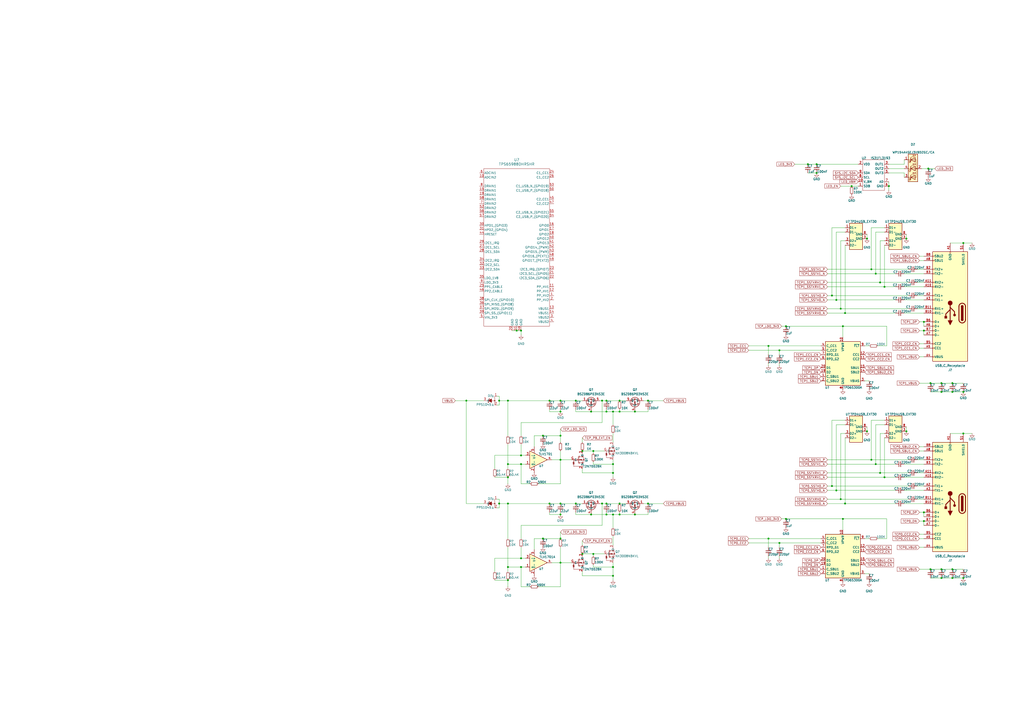
<source format=kicad_sch>
(kicad_sch (version 20231120) (generator "eeschema") (generator_version "8.0")
  (paper "A2")
  (junction (at 349.25 292.1))
  (junction (at 325.12 232.41))
  (junction (at 546.1 227.33))
  (junction (at 375.92 292.1))
  (junction (at 513.08 166.37))
  (junction (at 482.6 171.45))
  (junction (at 342.9 298.45))
  (junction (at 368.3 238.76))
  (junction (at 546.1 330.2))
  (junction (at 505.46 156.21))
  (junction (at 355.6 298.45))
  (junction (at 289.56 292.1))
  (junction (at 344.17 321.31))
  (junction (at 455.93 189.23))
  (junction (at 488.95 189.23))
  (junction (at 502.92 250.19))
  (junction (at 359.41 298.45))
  (junction (at 552.45 222.25))
  (junction (at 525.78 250.19))
  (junction (at 294.64 336.55))
  (junction (at 351.79 298.45))
  (junction (at 535.94 302.26))
  (junction (at 445.77 200.66))
  (junction (at 325.12 312.42))
  (junction (at 359.41 238.76))
  (junction (at 325.12 298.45))
  (junction (at 355.6 238.76))
  (junction (at 494.03 107.95))
  (junction (at 539.75 222.25))
  (junction (at 302.26 191.77))
  (junction (at 337.82 321.31))
  (junction (at 513.08 276.86))
  (junction (at 525.78 138.43))
  (junction (at 482.6 281.94))
  (junction (at 337.82 261.62))
  (junction (at 488.95 300.99))
  (junction (at 487.68 179.07))
  (junction (at 349.25 232.41))
  (junction (at 546.1 335.28))
  (junction (at 355.6 274.32))
  (junction (at 318.77 292.1))
  (junction (at 558.8 140.97))
  (junction (at 334.01 232.41))
  (junction (at 487.68 289.56))
  (junction (at 270.51 232.41))
  (junction (at 508 158.75))
  (junction (at 359.41 292.1))
  (junction (at 368.3 298.45))
  (junction (at 294.64 232.41))
  (junction (at 302.26 323.85))
  (junction (at 334.01 292.1))
  (junction (at 294.64 328.93))
  (junction (at 535.94 186.69))
  (junction (at 452.12 314.96))
  (junction (at 552.45 335.28))
  (junction (at 342.9 238.76))
  (junction (at 510.54 163.83))
  (junction (at 539.75 330.2))
  (junction (at 294.64 269.24))
  (junction (at 325.12 292.1))
  (junction (at 351.79 292.1))
  (junction (at 485.14 173.99))
  (junction (at 355.6 269.24))
  (junction (at 445.77 312.42))
  (junction (at 490.22 292.1))
  (junction (at 359.41 232.41))
  (junction (at 325.12 266.7))
  (junction (at 490.22 181.61))
  (junction (at 325.12 326.39))
  (junction (at 535.94 191.77))
  (junction (at 538.48 97.79))
  (junction (at 468.63 95.25))
  (junction (at 535.94 297.18))
  (junction (at 325.12 252.73))
  (junction (at 299.72 191.77))
  (junction (at 455.93 300.99))
  (junction (at 558.8 335.28))
  (junction (at 558.8 227.33))
  (junction (at 505.46 266.7))
  (junction (at 289.56 232.41))
  (junction (at 473.71 95.25))
  (junction (at 355.6 328.93))
  (junction (at 318.77 232.41))
  (junction (at 351.79 232.41))
  (junction (at 546.1 222.25))
  (junction (at 351.79 238.76))
  (junction (at 510.54 274.32))
  (junction (at 302.26 269.24))
  (junction (at 375.92 232.41))
  (junction (at 302.26 328.93))
  (junction (at 294.64 292.1))
  (junction (at 294.64 276.86))
  (junction (at 473.71 100.33))
  (junction (at 325.12 238.76))
  (junction (at 485.14 284.48))
  (junction (at 344.17 261.62))
  (junction (at 302.26 264.16))
  (junction (at 552.45 227.33))
  (junction (at 508 269.24))
  (junction (at 515.62 107.95))
  (junction (at 355.6 334.01))
  (junction (at 452.12 203.2))
  (junction (at 558.8 251.46))
  (junction (at 552.45 330.2))
  (junction (at 314.96 312.42))
  (junction (at 502.92 138.43))
  (junction (at 314.96 252.73))
  (wire (pts (xy 337.82 261.62) (xy 344.17 261.62)))
  (wire (pts (xy 294.64 257.81) (xy 294.64 269.24)))
  (wire (pts (xy 533.4 312.42) (xy 535.94 312.42)))
  (wire (pts (xy 533.4 199.39) (xy 535.94 199.39)))
  (wire (pts (xy 468.63 100.33) (xy 473.71 100.33)))
  (wire (pts (xy 532.13 179.07) (xy 535.94 179.07)))
  (wire (pts (xy 542.29 97.79) (xy 538.48 97.79)))
  (wire (pts (xy 510.54 274.32) (xy 510.54 251.46)))
  (wire (pts (xy 480.06 276.86) (xy 513.08 276.86)))
  (wire (pts (xy 453.39 300.99) (xy 455.93 300.99)))
  (wire (pts (xy 505.46 243.84) (xy 505.46 266.7)))
  (wire (pts (xy 349.25 232.41) (xy 351.79 232.41)))
  (wire (pts (xy 524.51 158.75) (xy 535.94 158.75)))
  (wire (pts (xy 532.13 156.21) (xy 535.94 156.21)))
  (wire (pts (xy 312.42 340.36) (xy 325.12 340.36)))
  (wire (pts (xy 351.79 238.76) (xy 355.6 238.76)))
  (wire (pts (xy 533.4 186.69) (xy 535.94 186.69)))
  (wire (pts (xy 510.54 163.83) (xy 510.54 139.7)))
  (wire (pts (xy 488.95 195.58) (xy 488.95 189.23)))
  (wire (pts (xy 546.1 330.2) (xy 552.45 330.2)))
  (wire (pts (xy 508 134.62) (xy 508 158.75)))
  (wire (pts (xy 309.88 318.77) (xy 309.88 312.42)))
  (wire (pts (xy 508 269.24) (xy 519.43 269.24)))
  (wire (pts (xy 515.62 97.79) (xy 524.51 97.79)))
  (wire (pts (xy 524.51 102.87) (xy 524.51 100.33)))
  (wire (pts (xy 318.77 298.45) (xy 318.77 297.18)))
  (wire (pts (xy 287.02 336.55) (xy 294.64 336.55)))
  (wire (pts (xy 325.12 317.5) (xy 325.12 326.39)))
  (wire (pts (xy 485.14 284.48) (xy 519.43 284.48)))
  (wire (pts (xy 434.34 312.42) (xy 445.77 312.42)))
  (wire (pts (xy 355.6 266.7) (xy 355.6 269.24)))
  (wire (pts (xy 487.68 251.46) (xy 487.68 289.56)))
  (wire (pts (xy 480.06 163.83) (xy 510.54 163.83)))
  (wire (pts (xy 294.64 317.5) (xy 294.64 328.93)))
  (wire (pts (xy 524.51 181.61) (xy 535.94 181.61)))
  (wire (pts (xy 533.4 261.62) (xy 535.94 261.62)))
  (wire (pts (xy 490.22 251.46) (xy 487.68 251.46)))
  (wire (pts (xy 287.02 323.85) (xy 287.02 331.47)))
  (wire (pts (xy 482.6 281.94) (xy 482.6 243.84)))
  (wire (pts (xy 355.6 238.76) (xy 355.6 246.38)))
  (wire (pts (xy 351.79 238.76) (xy 351.79 237.49)))
  (wire (pts (xy 525.78 247.65) (xy 525.78 250.19)))
  (wire (pts (xy 513.08 243.84) (xy 505.46 243.84)))
  (wire (pts (xy 480.06 292.1) (xy 490.22 292.1)))
  (wire (pts (xy 297.18 191.77) (xy 299.72 191.77)))
  (wire (pts (xy 302.26 264.16) (xy 287.02 264.16)))
  (wire (pts (xy 487.68 139.7) (xy 487.68 179.07)))
  (wire (pts (xy 480.06 289.56) (xy 487.68 289.56)))
  (wire (pts (xy 546.1 222.25) (xy 552.45 222.25)))
  (wire (pts (xy 302.26 317.5) (xy 302.26 323.85)))
  (wire (pts (xy 532.13 266.7) (xy 535.94 266.7)))
  (wire (pts (xy 307.34 280.67) (xy 302.26 280.67)))
  (wire (pts (xy 480.06 281.94) (xy 482.6 281.94)))
  (wire (pts (xy 289.56 292.1) (xy 294.64 292.1)))
  (wire (pts (xy 325.12 232.41) (xy 334.01 232.41)))
  (wire (pts (xy 434.34 203.2) (xy 452.12 203.2)))
  (wire (pts (xy 334.01 237.49) (xy 334.01 238.76)))
  (wire (pts (xy 546.1 335.28) (xy 552.45 335.28)))
  (wire (pts (xy 344.17 328.93) (xy 344.17 327.66)))
  (wire (pts (xy 287.02 276.86) (xy 294.64 276.86)))
  (wire (pts (xy 558.8 140.97) (xy 563.88 140.97)))
  (wire (pts (xy 533.4 201.93) (xy 535.94 201.93)))
  (wire (pts (xy 325.12 326.39) (xy 331.47 326.39)))
  (wire (pts (xy 452.12 314.96) (xy 476.25 314.96)))
  (wire (pts (xy 533.4 330.2) (xy 539.75 330.2)))
  (wire (pts (xy 294.64 271.78) (xy 294.64 269.24)))
  (wire (pts (xy 309.88 259.08) (xy 309.88 252.73)))
  (wire (pts (xy 288.29 234.95) (xy 289.56 234.95)))
  (wire (pts (xy 490.22 139.7) (xy 487.68 139.7)))
  (wire (pts (xy 325.12 261.62) (xy 325.12 266.7)))
  (wire (pts (xy 434.34 314.96) (xy 452.12 314.96)))
  (wire (pts (xy 552.45 227.33) (xy 558.8 227.33)))
  (wire (pts (xy 452.12 203.2) (xy 476.25 203.2)))
  (wire (pts (xy 289.56 289.56) (xy 288.29 289.56)))
  (wire (pts (xy 524.51 269.24) (xy 535.94 269.24)))
  (wire (pts (xy 325.12 266.7) (xy 331.47 266.7)))
  (wire (pts (xy 480.06 166.37) (xy 513.08 166.37)))
  (wire (pts (xy 504.19 312.42) (xy 501.65 312.42)))
  (wire (pts (xy 294.64 336.55) (xy 294.64 340.36)))
  (wire (pts (xy 287.02 264.16) (xy 287.02 271.78)))
  (wire (pts (xy 455.93 189.23) (xy 488.95 189.23)))
  (wire (pts (xy 490.22 142.24) (xy 490.22 181.61)))
  (wire (pts (xy 289.56 229.87) (xy 288.29 229.87)))
  (wire (pts (xy 515.62 107.95) (xy 515.62 110.49)))
  (wire (pts (xy 302.26 245.11) (xy 349.25 245.11)))
  (wire (pts (xy 505.46 266.7) (xy 527.05 266.7)))
  (wire (pts (xy 325.12 248.92) (xy 325.12 252.73)))
  (wire (pts (xy 504.19 200.66) (xy 501.65 200.66)))
  (wire (pts (xy 368.3 298.45) (xy 375.92 298.45)))
  (wire (pts (xy 461.01 95.25) (xy 468.63 95.25)))
  (wire (pts (xy 373.38 232.41) (xy 375.92 232.41)))
  (wire (pts (xy 344.17 321.31) (xy 350.52 321.31)))
  (wire (pts (xy 485.14 246.38) (xy 485.14 284.48)))
  (wire (pts (xy 535.94 302.26) (xy 535.94 304.8)))
  (wire (pts (xy 318.77 292.1) (xy 294.64 292.1)))
  (wire (pts (xy 312.42 280.67) (xy 325.12 280.67)))
  (wire (pts (xy 509.27 200.66) (xy 514.35 200.66)))
  (wire (pts (xy 515.62 105.41) (xy 515.62 107.95)))
  (wire (pts (xy 539.75 335.28) (xy 546.1 335.28)))
  (wire (pts (xy 513.08 134.62) (xy 508 134.62)))
  (wire (pts (xy 359.41 292.1) (xy 363.22 292.1)))
  (wire (pts (xy 337.82 321.31) (xy 344.17 321.31)))
  (wire (pts (xy 508 246.38) (xy 508 269.24)))
  (wire (pts (xy 485.14 134.62) (xy 485.14 173.99)))
  (wire (pts (xy 505.46 132.08) (xy 505.46 156.21)))
  (wire (pts (xy 488.95 307.34) (xy 488.95 300.99)))
  (wire (pts (xy 513.08 254) (xy 513.08 276.86)))
  (wire (pts (xy 480.06 173.99) (xy 485.14 173.99)))
  (wire (pts (xy 514.35 300.99) (xy 488.95 300.99)))
  (wire (pts (xy 434.34 200.66) (xy 445.77 200.66)))
  (wire (pts (xy 524.51 284.48) (xy 535.94 284.48)))
  (wire (pts (xy 289.56 292.1) (xy 289.56 294.64)))
  (wire (pts (xy 490.22 132.08) (xy 482.6 132.08)))
  (wire (pts (xy 307.34 340.36) (xy 302.26 340.36)))
  (wire (pts (xy 532.13 281.94) (xy 535.94 281.94)))
  (wire (pts (xy 546.1 227.33) (xy 552.45 227.33)))
  (wire (pts (xy 502.92 135.89) (xy 502.92 138.43)))
  (wire (pts (xy 505.46 156.21) (xy 527.05 156.21)))
  (wire (pts (xy 532.13 171.45) (xy 535.94 171.45)))
  (wire (pts (xy 347.98 232.41) (xy 349.25 232.41)))
  (wire (pts (xy 334.01 232.41) (xy 337.82 232.41)))
  (wire (pts (xy 445.77 210.82) (xy 445.77 212.09)))
  (wire (pts (xy 480.06 156.21) (xy 505.46 156.21)))
  (wire (pts (xy 344.17 328.93) (xy 355.6 328.93)))
  (wire (pts (xy 552.45 330.2) (xy 558.8 330.2)))
  (wire (pts (xy 485.14 173.99) (xy 519.43 173.99)))
  (wire (pts (xy 480.06 284.48) (xy 485.14 284.48)))
  (wire (pts (xy 337.82 313.69) (xy 337.82 316.23)))
  (wire (pts (xy 384.81 292.1) (xy 375.92 292.1)))
  (wire (pts (xy 351.79 298.45) (xy 351.79 297.18)))
  (wire (pts (xy 538.48 97.79) (xy 534.67 97.79)))
  (wire (pts (xy 524.51 166.37) (xy 535.94 166.37)))
  (wire (pts (xy 504.19 220.98) (xy 501.65 220.98)))
  (wire (pts (xy 490.22 243.84) (xy 482.6 243.84)))
  (wire (pts (xy 264.16 232.41) (xy 270.51 232.41)))
  (wire (pts (xy 355.6 298.45) (xy 355.6 306.07)))
  (wire (pts (xy 344.17 269.24) (xy 355.6 269.24)))
  (wire (pts (xy 490.22 246.38) (xy 485.14 246.38)))
  (wire (pts (xy 480.06 269.24) (xy 508 269.24)))
  (wire (pts (xy 325.12 292.1) (xy 334.01 292.1)))
  (wire (pts (xy 318.77 238.76) (xy 325.12 238.76)))
  (wire (pts (xy 482.6 171.45) (xy 527.05 171.45)))
  (wire (pts (xy 524.51 276.86) (xy 535.94 276.86)))
  (wire (pts (xy 514.35 300.99) (xy 514.35 312.42)))
  (wire (pts (xy 445.77 312.42) (xy 445.77 317.5)))
  (wire (pts (xy 325.12 308.61) (xy 325.12 312.42)))
  (wire (pts (xy 452.12 314.96) (xy 452.12 317.5)))
  (wire (pts (xy 533.4 309.88) (xy 535.94 309.88)))
  (wire (pts (xy 334.01 298.45) (xy 342.9 298.45)))
  (wire (pts (xy 445.77 200.66) (xy 445.77 205.74)))
  (wire (pts (xy 351.79 232.41) (xy 359.41 232.41)))
  (wire (pts (xy 539.75 330.2) (xy 546.1 330.2)))
  (wire (pts (xy 355.6 326.39) (xy 355.6 328.93)))
  (wire (pts (xy 294.64 269.24) (xy 302.26 269.24)))
  (wire (pts (xy 514.35 189.23) (xy 488.95 189.23)))
  (wire (pts (xy 490.22 181.61) (xy 519.43 181.61)))
  (wire (pts (xy 294.64 331.47) (xy 294.64 328.93)))
  (wire (pts (xy 490.22 292.1) (xy 519.43 292.1)))
  (wire (pts (xy 502.92 247.65) (xy 502.92 250.19)))
  (wire (pts (xy 334.01 297.18) (xy 334.01 298.45)))
  (wire (pts (xy 480.06 274.32) (xy 510.54 274.32)))
  (wire (pts (xy 344.17 261.62) (xy 350.52 261.62)))
  (wire (pts (xy 355.6 311.15) (xy 355.6 316.23)))
  (wire (pts (xy 487.68 107.95) (xy 494.03 107.95)))
  (wire (pts (xy 318.77 292.1) (xy 325.12 292.1)))
  (wire (pts (xy 325.12 256.54) (xy 325.12 252.73)))
  (wire (pts (xy 552.45 335.28) (xy 558.8 335.28)))
  (wire (pts (xy 355.6 274.32) (xy 355.6 276.86)))
  (wire (pts (xy 355.6 334.01) (xy 355.6 336.55)))
  (wire (pts (xy 294.64 276.86) (xy 294.64 280.67)))
  (wire (pts (xy 480.06 179.07) (xy 487.68 179.07)))
  (wire (pts (xy 533.4 191.77) (xy 535.94 191.77)))
  (wire (pts (xy 494.03 107.95) (xy 497.84 107.95)))
  (wire (pts (xy 342.9 298.45) (xy 351.79 298.45)))
  (wire (pts (xy 490.22 254) (xy 490.22 292.1)))
  (wire (pts (xy 355.6 328.93) (xy 355.6 334.01)))
  (wire (pts (xy 513.08 276.86) (xy 519.43 276.86)))
  (wire (pts (xy 337.82 334.01) (xy 355.6 334.01)))
  (wire (pts (xy 302.26 264.16) (xy 304.8 264.16)))
  (wire (pts (xy 302.26 269.24) (xy 304.8 269.24)))
  (wire (pts (xy 533.4 148.59) (xy 535.94 148.59)))
  (wire (pts (xy 480.06 171.45) (xy 482.6 171.45)))
  (wire (pts (xy 551.18 251.46) (xy 558.8 251.46)))
  (wire (pts (xy 349.25 292.1) (xy 351.79 292.1)))
  (wire (pts (xy 294.64 328.93) (xy 302.26 328.93)))
  (wire (pts (xy 490.22 134.62) (xy 485.14 134.62)))
  (wire (pts (xy 289.56 234.95) (xy 289.56 232.41)))
  (wire (pts (xy 334.01 292.1) (xy 337.82 292.1)))
  (wire (pts (xy 309.88 252.73) (xy 314.96 252.73)))
  (wire (pts (xy 325.12 266.7) (xy 320.04 266.7)))
  (wire (pts (xy 552.45 222.25) (xy 558.8 222.25)))
  (wire (pts (xy 551.18 140.97) (xy 558.8 140.97)))
  (wire (pts (xy 452.12 323.85) (xy 452.12 322.58)))
  (wire (pts (xy 508 158.75) (xy 519.43 158.75)))
  (wire (pts (xy 510.54 251.46) (xy 513.08 251.46)))
  (wire (pts (xy 314.96 312.42) (xy 325.12 312.42)))
  (wire (pts (xy 325.12 238.76) (xy 325.12 237.49)))
  (wire (pts (xy 318.77 232.41) (xy 325.12 232.41)))
  (wire (pts (xy 302.26 323.85) (xy 304.8 323.85)))
  (wire (pts (xy 294.64 292.1) (xy 294.64 312.42)))
  (wire (pts (xy 533.4 317.5) (xy 535.94 317.5)))
  (wire (pts (xy 355.6 238.76) (xy 359.41 238.76)))
  (wire (pts (xy 294.64 232.41) (xy 294.64 252.73)))
  (wire (pts (xy 289.56 232.41) (xy 289.56 229.87)))
  (wire (pts (xy 359.41 298.45) (xy 359.41 297.18)))
  (wire (pts (xy 270.51 232.41) (xy 280.67 232.41)))
  (wire (pts (xy 302.26 257.81) (xy 302.26 264.16)))
  (wire (pts (xy 337.82 274.32) (xy 337.82 271.78)))
  (wire (pts (xy 318.77 232.41) (xy 294.64 232.41)))
  (wire (pts (xy 480.06 266.7) (xy 505.46 266.7)))
  (wire (pts (xy 445.77 322.58) (xy 445.77 323.85)))
  (wire (pts (xy 533.4 297.18) (xy 535.94 297.18)))
  (wire (pts (xy 359.41 298.45) (xy 368.3 298.45)))
  (wire (pts (xy 375.92 232.41) (xy 384.81 232.41)))
  (wire (pts (xy 535.94 186.69) (xy 535.94 189.23)))
  (wire (pts (xy 533.4 222.25) (xy 539.75 222.25)))
  (wire (pts (xy 513.08 246.38) (xy 508 246.38)))
  (wire (pts (xy 504.19 332.74) (xy 501.65 332.74)))
  (wire (pts (xy 342.9 238.76) (xy 351.79 238.76)))
  (wire (pts (xy 487.68 179.07) (xy 527.05 179.07)))
  (wire (pts (xy 318.77 298.45) (xy 325.12 298.45)))
  (wire (pts (xy 359.41 238.76) (xy 359.41 237.49)))
  (wire (pts (xy 344.17 262.89) (xy 344.17 261.62)))
  (wire (pts (xy 325.12 280.67) (xy 325.12 266.7)))
  (wire (pts (xy 513.08 142.24) (xy 513.08 166.37)))
  (wire (pts (xy 513.08 166.37) (xy 519.43 166.37)))
  (wire (pts (xy 525.78 135.89) (xy 525.78 138.43)))
  (wire (pts (xy 524.51 173.99) (xy 535.94 173.99)))
  (wire (pts (xy 302.26 194.31) (xy 302.26 191.77)))
  (wire (pts (xy 480.06 158.75) (xy 508 158.75)))
  (wire (pts (xy 558.8 251.46) (xy 563.88 251.46)))
  (wire (pts (xy 289.56 294.64) (xy 288.29 294.64)))
  (wire (pts (xy 532.13 274.32) (xy 535.94 274.32)))
  (wire (pts (xy 289.56 289.56) (xy 289.56 292.1)))
  (wire (pts (xy 535.94 191.77) (xy 535.94 194.31)))
  (wire (pts (xy 535.94 297.18) (xy 535.94 299.72)))
  (wire (pts (xy 452.12 203.2) (xy 452.12 205.74)))
  (wire (pts (xy 359.41 232.41) (xy 363.22 232.41)))
  (wire (pts (xy 482.6 281.94) (xy 527.05 281.94)))
  (wire (pts (xy 533.4 207.01) (xy 535.94 207.01)))
  (wire (pts (xy 318.77 238.76) (xy 318.77 237.49)))
  (wire (pts (xy 347.98 292.1) (xy 349.25 292.1)))
  (wire (pts (xy 445.77 312.42) (xy 476.25 312.42)))
  (wire (pts (xy 309.88 312.42) (xy 314.96 312.42)))
  (wire (pts (xy 452.12 212.09) (xy 452.12 210.82)))
  (wire (pts (xy 334.01 238.76) (xy 342.9 238.76)))
  (wire (pts (xy 280.67 292.1) (xy 270.51 292.1)))
  (wire (pts (xy 314.96 252.73) (xy 325.12 252.73)))
  (wire (pts (xy 375.92 297.18) (xy 375.92 298.45)))
  (wire (pts (xy 514.35 189.23) (xy 514.35 200.66)))
  (wire (pts (xy 302.26 280.67) (xy 302.26 269.24)))
  (wire (pts (xy 344.17 322.58) (xy 344.17 321.31)))
  (wire (pts (xy 513.08 132.08) (xy 505.46 132.08)))
  (wire (pts (xy 455.93 300.99) (xy 488.95 300.99)))
  (wire (pts (xy 355.6 251.46) (xy 355.6 256.54)))
  (wire (pts (xy 337.82 254) (xy 337.82 256.54)))
  (wire (pts (xy 510.54 274.32) (xy 527.05 274.32)))
  (wire (pts (xy 532.13 289.56) (xy 535.94 289.56)))
  (wire (pts (xy 533.4 302.26) (xy 535.94 302.26)))
  (wire (pts (xy 302.26 340.36) (xy 302.26 328.93)))
  (wire (pts (xy 487.68 289.56) (xy 527.05 289.56)))
  (wire (pts (xy 373.38 292.1) (xy 375.92 292.1)))
  (wire (pts (xy 480.06 181.61) (xy 490.22 181.61)))
  (wire (pts (xy 355.6 298.45) (xy 359.41 298.45)))
  (wire (pts (xy 524.51 100.33) (xy 515.62 100.33)))
  (wire (pts (xy 539.75 227.33) (xy 546.1 227.33)))
  (wire (pts (xy 524.51 292.1) (xy 535.94 292.1)))
  (wire (pts (xy 359.41 238.76) (xy 368.3 238.76)))
  (wire (pts (xy 302.26 328.93) (xy 304.8 328.93)))
  (wire (pts (xy 349.25 292.1) (xy 349.25 304.8)))
  (wire (pts (xy 302.26 252.73) (xy 302.26 245.11)))
  (wire (pts (xy 368.3 238.76) (xy 375.92 238.76)))
  (wire (pts (xy 524.51 92.71) (xy 524.51 95.25)))
  (wire (pts (xy 533.4 151.13) (xy 535.94 151.13)))
  (wire (pts (xy 299.72 191.77) (xy 302.26 191.77)))
  (wire (pts (xy 270.51 292.1) (xy 270.51 232.41)))
  (wire (pts (xy 344.17 269.24) (xy 344.17 267.97)))
  (wire (pts (xy 302.26 304.8) (xy 349.25 304.8)))
  (wire (pts (xy 337.82 334.01) (xy 337.82 331.47)))
  (wire (pts (xy 510.54 139.7) (xy 513.08 139.7)))
  (wire (pts (xy 325.12 298.45) (xy 325.12 297.18)))
  (wire (pts (xy 351.79 292.1) (xy 359.41 292.1)))
  (wire (pts (xy 289.56 232.41) (xy 294.64 232.41)))
  (wire (pts (xy 337.82 274.32) (xy 355.6 274.32)))
  (wire (pts (xy 325.12 326.39) (xy 320.04 326.39)))
  (wire (pts (xy 468.63 95.25) (xy 473.71 95.25)))
  (wire (pts (xy 539.75 222.25) (xy 546.1 222.25)))
  (wire (pts (xy 482.6 171.45) (xy 482.6 132.08)))
  (wire (pts (xy 445.77 200.66) (xy 476.25 200.66)))
  (wire (pts (xy 453.39 189.23) (xy 455.93 189.23)))
  (wire (pts (xy 532.13 163.83) (xy 535.94 163.83)))
  (wire (pts (xy 325.12 340.36) (xy 325.12 326.39)))
  (wire (pts (xy 375.92 237.49) (xy 375.92 238.76)))
  (wire (pts (xy 349.25 232.41) (xy 349.25 245.11)))
  (wire (pts (xy 524.51 95.25) (xy 515.62 95.25)))
  (wire (pts (xy 355.6 269.24) (xy 355.6 274.32)))
  (wire (pts (xy 473.71 95.25) (xy 497.84 95.25)))
  (wire (pts (xy 510.54 163.83) (xy 527.05 163.83)))
  (wire (pts (xy 302.26 312.42) (xy 302.26 304.8)))
  (wire (pts (xy 351.79 298.45) (xy 355.6 298.45)))
  (wire (pts (xy 509.27 312.42) (xy 514.35 312.42)))
  (wire (pts (xy 302.26 323.85) (xy 287.02 323.85)))
  (wire (pts (xy 533.4 259.08) (xy 535.94 259.08)))
  (global_label "TCP1_SBU1_CN" (shape input) (at 501.65 213.36 0) (property "Intersheetrefs" "${INTERSHEET_REFS}" (effects (hide yes))))
  (global_label "TCP1_VBUS" (shape input) (at 533.4 207.01 180) (property "Intersheetrefs" "${INTERSHEET_REFS}" (effects (hide yes))))
  (global_label "TCP0_CC1_CN" (shape input) (at 501.65 317.5 0) (property "Intersheetrefs" "${INTERSHEET_REFS}" (effects (hide yes))))
  (global_label "TCP1_CC2_CN" (shape input) (at 501.65 208.28 0) (property "Intersheetrefs" "${INTERSHEET_REFS}" (effects (hide yes))))
  (global_label "TCP0_SSTX0_N" (shape input) (at 480.06 284.48 180) (property "Intersheetrefs" "${INTERSHEET_REFS}" (effects (hide yes))))
  (global_label "TCP0_SSTXRX1_N" (shape input) (at 480.06 276.86 180) (property "Intersheetrefs" "${INTERSHEET_REFS}" (effects (hide yes))))
  (global_label "TCP1_SSTX0_P" (shape input) (at 480.06 171.45 180) (property "Intersheetrefs" "${INTERSHEET_REFS}" (effects (hide yes))))
  (global_label "SYS_I2C_SDA" (shape input) (at 497.84 100.33 180) (property "Intersheetrefs" "${INTERSHEET_REFS}" (effects (hide yes))))
  (global_label "TCP0_CC2_CN" (shape input) (at 501.65 320.04 0) (property "Intersheetrefs" "${INTERSHEET_REFS}" (effects (hide yes))))
  (global_label "TCP1_SSTXRX1_P" (shape input) (at 480.06 163.83 180) (property "Intersheetrefs" "${INTERSHEET_REFS}" (effects (hide yes))))
  (global_label "TCP0_VBUS" (shape input) (at 533.4 330.2 180) (property "Intersheetrefs" "${INTERSHEET_REFS}" (effects (hide yes))))
  (global_label "TCP0_CC1_CN" (shape input) (at 533.4 312.42 180) (property "Intersheetrefs" "${INTERSHEET_REFS}" (effects (hide yes))))
  (global_label "TCP0_SSTX0_P" (shape input) (at 480.06 281.94 180) (property "Intersheetrefs" "${INTERSHEET_REFS}" (effects (hide yes))))
  (global_label "TCP_LDO_3V3" (shape input) (at 453.39 189.23 180) (property "Intersheetrefs" "${INTERSHEET_REFS}" (effects (hide yes))))
  (global_label "TCP0_DP" (shape input) (at 476.25 325.12 180) (property "Intersheetrefs" "${INTERSHEET_REFS}" (effects (hide yes))))
  (global_label "TCP1_DP" (shape input) (at 533.4 186.69 180) (property "Intersheetrefs" "${INTERSHEET_REFS}" (effects (hide yes))))
  (global_label "TCP1_CC1_CN" (shape input) (at 533.4 201.93 180) (property "Intersheetrefs" "${INTERSHEET_REFS}" (effects (hide yes))))
  (global_label "TCP0_VBUS" (shape input) (at 384.81 292.1 0) (property "Intersheetrefs" "${INTERSHEET_REFS}" (effects (hide yes))))
  (global_label "TCP1_SSTXRX1_N" (shape input) (at 480.06 166.37 180) (property "Intersheetrefs" "${INTERSHEET_REFS}" (effects (hide yes))))
  (global_label "LED_VBM" (shape input) (at 497.84 105.41 180) (property "Intersheetrefs" "${INTERSHEET_REFS}" (effects (hide yes))))
  (global_label "TCP1_CC1" (shape input) (at 434.34 200.66 180) (property "Intersheetrefs" "${INTERSHEET_REFS}" (effects (hide yes))))
  (global_label "TCP_LDO_3V3" (shape input) (at 325.12 308.61 0) (property "Intersheetrefs" "${INTERSHEET_REFS}" (effects (hide yes))))
  (global_label "TCP1_SBU1" (shape input) (at 476.25 218.44 180) (property "Intersheetrefs" "${INTERSHEET_REFS}" (effects (hide yes))))
  (global_label "TCP0_SBU1" (shape input) (at 476.25 330.2 180) (property "Intersheetrefs" "${INTERSHEET_REFS}" (effects (hide yes))))
  (global_label "TCP0_SBU1_CN" (shape input) (at 501.65 325.12 0) (property "Intersheetrefs" "${INTERSHEET_REFS}" (effects (hide yes))))
  (global_label "TCP1_DN" (shape input) (at 476.25 215.9 180) (property "Intersheetrefs" "${INTERSHEET_REFS}" (effects (hide yes))))
  (global_label "TCP_LDO_3V3" (shape input) (at 453.39 300.99 180) (property "Intersheetrefs" "${INTERSHEET_REFS}" (effects (hide yes))))
  (global_label "TCP1_VBUS" (shape input) (at 384.81 232.41 0) (property "Intersheetrefs" "${INTERSHEET_REFS}" (effects (hide yes))))
  (global_label "TCP1_SSTXRX0_P" (shape input) (at 480.06 179.07 180) (property "Intersheetrefs" "${INTERSHEET_REFS}" (effects (hide yes))))
  (global_label "TCP1_CC2_CN" (shape input) (at 476.25 208.28 180) (property "Intersheetrefs" "${INTERSHEET_REFS}" (effects (hide yes))))
  (global_label "TCP1_SBU1_CN" (shape input) (at 533.4 148.59 180) (property "Intersheetrefs" "${INTERSHEET_REFS}" (effects (hide yes))))
  (global_label "TCP1_CC2_CN" (shape input) (at 533.4 199.39 180) (property "Intersheetrefs" "${INTERSHEET_REFS}" (effects (hide yes))))
  (global_label "TCP1_SBU2_CN" (shape input) (at 533.4 151.13 180) (property "Intersheetrefs" "${INTERSHEET_REFS}" (effects (hide yes))))
  (global_label "TCP1_SSTX1_P" (shape input) (at 480.06 156.21 180) (property "Intersheetrefs" "${INTERSHEET_REFS}" (effects (hide yes))))
  (global_label "TCP1_SBU2_CN" (shape input) (at 501.65 215.9 0) (property "Intersheetrefs" "${INTERSHEET_REFS}" (effects (hide yes))))
  (global_label "TCP1_CC1_CN" (shape input) (at 476.25 205.74 180) (property "Intersheetrefs" "${INTERSHEET_REFS}" (effects (hide yes))))
  (global_label "TCP0_SBU1_CN" (shape input) (at 533.4 261.62 180) (property "Intersheetrefs" "${INTERSHEET_REFS}" (effects (hide yes))))
  (global_label "TCP0_SSTXRX1_P" (shape input) (at 480.06 274.32 180) (property "Intersheetrefs" "${INTERSHEET_REFS}" (effects (hide yes))))
  (global_label "TCP0_SSTXRX0_N" (shape input) (at 480.06 292.1 180) (property "Intersheetrefs" "${INTERSHEET_REFS}" (effects (hide yes))))
  (global_label "TCP0_SSTXRX0_P" (shape input) (at 480.06 289.56 180) (property "Intersheetrefs" "${INTERSHEET_REFS}" (effects (hide yes))))
  (global_label "TCP0_SSTX1_N" (shape input) (at 480.06 269.24 180) (property "Intersheetrefs" "${INTERSHEET_REFS}" (effects (hide yes))))
  (global_label "TCP0_DP" (shape input) (at 533.4 297.18 180) (property "Intersheetrefs" "${INTERSHEET_REFS}" (effects (hide yes))))
  (global_label "TCP0_DN" (shape input) (at 476.25 327.66 180) (property "Intersheetrefs" "${INTERSHEET_REFS}" (effects (hide yes))))
  (global_label "TCP1_DP" (shape input) (at 476.25 213.36 180) (property "Intersheetrefs" "${INTERSHEET_REFS}" (effects (hide yes))))
  (global_label "TCP_PB_EXT_EN" (shape input) (at 337.82 254 0) (property "Intersheetrefs" "${INTERSHEET_REFS}" (effects (hide yes))))
  (global_label "TCP0_SBU2_CN" (shape input) (at 533.4 259.08 180) (property "Intersheetrefs" "${INTERSHEET_REFS}" (effects (hide yes))))
  (global_label "TCP1_SSTXRX0_N" (shape input) (at 480.06 181.61 180) (property "Intersheetrefs" "${INTERSHEET_REFS}" (effects (hide yes))))
  (global_label "LED_3V3" (shape input) (at 461.01 95.25 180) (property "Intersheetrefs" "${INTERSHEET_REFS}" (effects (hide yes))))
  (global_label "TCP1_DN" (shape input) (at 533.4 191.77 180) (property "Intersheetrefs" "${INTERSHEET_REFS}" (effects (hide yes))))
  (global_label "LED_EN" (shape input) (at 487.68 107.95 180) (property "Intersheetrefs" "${INTERSHEET_REFS}" (effects (hide yes))))
  (global_label "TCP0_CC2" (shape input) (at 434.34 314.96 180) (property "Intersheetrefs" "${INTERSHEET_REFS}" (effects (hide yes))))
  (global_label "TCP0_SBU2" (shape input) (at 476.25 332.74 180) (property "Intersheetrefs" "${INTERSHEET_REFS}" (effects (hide yes))))
  (global_label "TCP1_SSTX0_N" (shape input) (at 480.06 173.99 180) (property "Intersheetrefs" "${INTERSHEET_REFS}" (effects (hide yes))))
  (global_label "TCP_LDO_3V3" (shape input) (at 325.12 248.92 0) (property "Intersheetrefs" "${INTERSHEET_REFS}" (effects (hide yes))))
  (global_label "TCP0_CC2_CN" (shape input) (at 533.4 309.88 180) (property "Intersheetrefs" "${INTERSHEET_REFS}" (effects (hide yes))))
  (global_label "TCP0_VBUS" (shape input) (at 533.4 317.5 180) (property "Intersheetrefs" "${INTERSHEET_REFS}" (effects (hide yes))))
  (global_label "LED_3V3" (shape input) (at 542.29 97.79 0) (property "Intersheetrefs" "${INTERSHEET_REFS}" (effects (hide yes))))
  (global_label "TCP1_VBUS" (shape input) (at 533.4 222.25 180) (property "Intersheetrefs" "${INTERSHEET_REFS}" (effects (hide yes))))
  (global_label "TCP0_CC2_CN" (shape input) (at 476.25 320.04 180) (property "Intersheetrefs" "${INTERSHEET_REFS}" (effects (hide yes))))
  (global_label "TCP0_SSTX1_P" (shape input) (at 480.06 266.7 180) (property "Intersheetrefs" "${INTERSHEET_REFS}" (effects (hide yes))))
  (global_label "TCP0_CC1_CN" (shape input) (at 476.25 317.5 180) (property "Intersheetrefs" "${INTERSHEET_REFS}" (effects (hide yes))))
  (global_label "TCP1_CC1_CN" (shape input) (at 501.65 205.74 0) (property "Intersheetrefs" "${INTERSHEET_REFS}" (effects (hide yes))))
  (global_label "TCP0_CC1" (shape input) (at 434.34 312.42 180) (property "Intersheetrefs" "${INTERSHEET_REFS}" (effects (hide yes))))
  (global_label "TCP0_DN" (shape input) (at 533.4 302.26 180) (property "Intersheetrefs" "${INTERSHEET_REFS}" (effects (hide yes))))
  (global_label "TCP1_SBU2" (shape input) (at 476.25 220.98 180) (property "Intersheetrefs" "${INTERSHEET_REFS}" (effects (hide yes))))
  (global_label "TCP1_SSTX1_N" (shape input) (at 480.06 158.75 180) (property "Intersheetrefs" "${INTERSHEET_REFS}" (effects (hide yes))))
  (global_label "TCP0_SBU2_CN" (shape input) (at 501.65 327.66 0) (property "Intersheetrefs" "${INTERSHEET_REFS}" (effects (hide yes))))
  (global_label "VBUS" (shape input) (at 264.16 232.41 180) (property "Intersheetrefs" "${INTERSHEET_REFS}" (effects (hide yes))))
  (global_label "TCP_PA_EXT_EN" (shape input) (at 337.82 313.69 0) (property "Intersheetrefs" "${INTERSHEET_REFS}" (effects (hide yes))))
  (global_label "SYS_I2C_SCL" (shape input) (at 497.84 102.87 180) (property "Intersheetrefs" "${INTERSHEET_REFS}" (effects (hide yes))))
  (global_label "TCP1_CC2" (shape input) (at 434.34 203.2 180) (property "Intersheetrefs" "${INTERSHEET_REFS}" (effects (hide yes))))
  (symbol (lib_id "Device:C_Small") (at 521.97 276.86 90) (unit 1)
    (property "Reference" "C?" (at 519.938 275.844 90))
    (property "Value" "220nF" (at 525.78 275.844 90))
    (property "Footprint" "Capacitor_SMD:C_0603_1608Metric" (effects (hide yes)))
    (property "Description" "Unpolarized capacitor, small symbol" (effects (hide yes)))
  )
  (symbol (lib_id "Device:R_Small") (at 294.64 255.27 0) (unit 1)
    (property "Reference" "R?" (at 295.402 254.254 0) (effects (justify left)))
    (property "Value" "10K" (at 295.402 256.286 0) (effects (justify left)))
    (property "Description" "Resistor, small symbol" (effects (hide yes)))
  )
  (symbol (lib_id "Device:C_Small") (at 546.1 332.74 0) (unit 1)
    (property "Reference" "C?" (at 546.1 331.216 0) (effects (justify left)))
    (property "Value" "10nF" (at 546.1 334.518 0) (effects (justify left)))
    (property "Description" "Unpolarized capacitor, small symbol" (effects (hide yes)))
  )
  (symbol (lib_id "Device:C_Small") (at 351.79 294.64 0) (unit 1)
    (property "Reference" "C?" (at 352.044 293.116 0) (effects (justify left)))
    (property "Value" "100nF" (at 352.044 296.418 0) (effects (justify left)))
    (property "Description" "Unpolarized capacitor, small symbol" (effects (hide yes)))
  )
  (symbol (lib_id "power:GND") (at 325.12 238.76 0) (unit 1)
    (property "Reference" "#PWR029" (effects (hide yes)))
    (property "Value" "GND" (at 325.12 242.316 0))
    (property "Description" "Power symbol creates a global label with name \"GND\" , ground" (effects (hide yes)))
  )
  (symbol (lib_id "Device:C_Small") (at 521.97 166.37 90) (unit 1)
    (property "Reference" "C?" (at 519.176 165.354 90))
    (property "Value" "220nF" (at 525.78 165.354 90))
    (property "Footprint" "Capacitor_SMD:C_0603_1608Metric" (effects (hide yes)))
    (property "Description" "Unpolarized capacitor, small symbol" (effects (hide yes)))
  )
  (symbol (lib_id "Device:R_Small") (at 337.82 318.77 0) (unit 1)
    (property "Reference" "R?" (at 338.582 317.5 0) (effects (justify left)))
    (property "Value" "1K" (at 338.582 320.04 0) (effects (justify left)))
    (property "Description" "Resistor, small symbol" (effects (hide yes)))
  )
  (symbol (lib_id "power:GND") (at 355.6 336.55 0) (unit 1)
    (property "Reference" "#PWR032" (effects (hide yes)))
    (property "Value" "GND" (at 355.6 340.106 0))
    (property "Description" "Power symbol creates a global label with name \"GND\" , ground" (effects (hide yes)))
  )
  (symbol (lib_id "power:GND") (at 473.71 100.33 0) (unit 1)
    (property "Reference" "#PWR07" (effects (hide yes)))
    (property "Value" "GND" (at 473.71 103.886 0))
    (property "Description" "Power symbol creates a global label with name \"GND\" , ground" (effects (hide yes)))
  )
  (symbol (lib_id "Device:C_Small") (at 375.92 234.95 0) (unit 1)
    (property "Reference" "C?" (at 376.174 233.426 0) (effects (justify left)))
    (property "Value" "100nF" (at 376.174 236.728 0) (effects (justify left)))
    (property "Description" "Unpolarized capacitor, small symbol" (effects (hide yes)))
  )
  (symbol (lib_name "mediacow:TPD4EUSB30") (lib_id "mediacow:TPD4EUSB30") (at 519.43 137.16 0) (unit 1)
    (property "Reference" "U?" (at 514.604 128.524 0))
    (property "Value" "TPD4USB_EXT30" (at 523.748 128.524 0))
    (property "Footprint" "Package_SON:USON-10_2.5x1.0mm_P0.5mm" (effects (hide yes)))
    (property "Datasheet" "http://www.ti.com/lit/ds/symlink/tpd2eusb30a.pdf" (effects (hide yes)))
    (property "Description" "4-Channel ESD Protection for Super-Speed USB 3.0 Interface, USON-10" (effects (hide yes)))
  )
  (symbol (lib_id "Device:C_Small") (at 455.93 303.53 0) (unit 1)
    (property "Reference" "C?" (at 455.93 302.006 0) (effects (justify left)))
    (property "Value" "1uF" (at 455.93 305.054 0) (effects (justify left)))
    (property "Description" "Unpolarized capacitor, small symbol" (effects (hide yes)))
  )
  (symbol (lib_id "power:GND") (at 452.12 323.85 0) (unit 1)
    (property "Reference" "#PWR04" (effects (hide yes)))
    (property "Value" "GND" (at 452.12 327.406 0))
    (property "Description" "Power symbol creates a global label with name \"GND\" , ground" (effects (hide yes)))
  )
  (symbol (lib_id "Device:C_Small") (at 552.45 224.79 0) (unit 1)
    (property "Reference" "C?" (at 552.45 223.266 0) (effects (justify left)))
    (property "Value" "10nF" (at 552.45 226.568 0) (effects (justify left)))
    (property "Description" "Unpolarized capacitor, small symbol" (effects (hide yes)))
  )
  (symbol (lib_id "Device:C_Small") (at 529.59 156.21 90) (unit 1)
    (property "Reference" "C?" (at 527.558 155.194 90))
    (property "Value" "220nF" (at 533.4 155.194 90))
    (property "Footprint" "Capacitor_SMD:C_0603_1608Metric" (effects (hide yes)))
    (property "Description" "Unpolarized capacitor, small symbol" (effects (hide yes)))
  )
  (symbol (lib_id "Device:C_Small") (at 473.71 97.79 0) (unit 1)
    (property "Reference" "C?" (at 473.71 96.266 0) (effects (justify left)))
    (property "Value" "100nF" (at 473.964 99.568 0) (effects (justify left)))
    (property "Description" "Unpolarized capacitor, small symbol" (effects (hide yes)))
  )
  (symbol (lib_id "Device:R_Small") (at 325.12 259.08 0) (unit 1)
    (property "Reference" "R?" (at 327.66 257.8099 0) (effects (justify left)))
    (property "Value" "10K" (at 327.66 260.3499 0) (effects (justify left)))
    (property "Description" "Resistor, small symbol" (effects (hide yes)))
  )
  (symbol (lib_id "Device:C_Small") (at 334.01 294.64 0) (unit 1)
    (property "Reference" "C?" (at 334.264 293.116 0) (effects (justify left)))
    (property "Value" "100nF" (at 334.264 296.418 0) (effects (justify left)))
    (property "Description" "Unpolarized capacitor, small symbol" (effects (hide yes)))
  )
  (symbol (lib_id "Device:R_Small") (at 359.41 234.95 0) (unit 1)
    (property "Reference" "R?" (at 360.426 233.426 0) (effects (justify left)))
    (property "Value" "10K" (at 360.426 236.728 0) (effects (justify left)))
    (property "Description" "Resistor, small symbol" (effects (hide yes)))
  )
  (symbol (lib_id "Device:C_Small") (at 334.01 234.95 0) (unit 1)
    (property "Reference" "C?" (at 334.264 233.426 0) (effects (justify left)))
    (property "Value" "100nF" (at 334.264 236.728 0) (effects (justify left)))
    (property "Description" "Unpolarized capacitor, small symbol" (effects (hide yes)))
  )
  (symbol (lib_id "power:GND") (at 445.77 212.09 0) (unit 1)
    (property "Reference" "#PWR01" (effects (hide yes)))
    (property "Value" "GND" (at 445.77 215.646 0))
    (property "Description" "Power symbol creates a global label with name \"GND\" , ground" (effects (hide yes)))
  )
  (symbol (lib_id "power:GND") (at 455.93 194.31 0) (unit 1)
    (property "Reference" "#PWR05" (effects (hide yes)))
    (property "Value" "GND" (at 455.93 197.866 0))
    (property "Description" "Power symbol creates a global label with name \"GND\" , ground" (effects (hide yes)))
  )
  (symbol (lib_id "Connector:USB_C_Receptacle") (at 551.18 181.61 180) (unit 1)
    (property "Reference" "J?" (at 551.18 214.63 0))
    (property "Value" "USB_C_Receptacle" (at 551.18 212.09 0))
    (property "Datasheet" "https://www.usb.org/sites/default/files/documents/usb_type-c.zip" (effects (hide yes)))
    (property "Description" "USB Full-Featured Type-C Receptacle connector" (effects (hide yes)))
  )
  (symbol (lib_id "Device:C_Small") (at 521.97 269.24 90) (unit 1)
    (property "Reference" "C?" (at 519.938 268.224 90))
    (property "Value" "220nF" (at 525.78 268.224 90))
    (property "Footprint" "Capacitor_SMD:C_0603_1608Metric" (effects (hide yes)))
    (property "Description" "Unpolarized capacitor, small symbol" (effects (hide yes)))
  )
  (symbol (lib_id "mediacow:PPS1045") (at 284.48 292.1 0) (mirror y) (unit 1)
    (property "Reference" "D?" (at 284.226 289.306 0))
    (property "Value" "PPS1045" (at 280.67 294.386 0))
    (property "Footprint" "Package_TO_SOT_SMD:TO-277B" (effects (hide yes)))
    (property "Description" "45V 10A Schottky Diode" (effects (hide yes)))
  )
  (symbol (lib_id "Device:R_Small") (at 506.73 200.66 270) (unit 1)
    (property "Reference" "R?" (at 503.428 199.644 90))
    (property "Value" "100K" (at 511.048 199.644 90))
    (property "Description" "Resistor, small symbol" (effects (hide yes)))
  )
  (symbol (lib_id "Device:C_Small") (at 452.12 320.04 0) (unit 1)
    (property "Reference" "C?" (at 452.12 318.516 0) (effects (justify left)))
    (property "Value" "220pF" (at 452.12 321.564 0) (effects (justify left)))
    (property "Description" "Unpolarized capacitor, small symbol" (effects (hide yes)))
  )
  (symbol (lib_id "power:GND") (at 302.26 194.31 0) (unit 1)
    (property "Reference" "#PWR036" (effects (hide yes)))
    (property "Value" "GND" (at 302.26 199.39 0))
    (property "Description" "Power symbol creates a global label with name \"GND\" , ground" (effects (hide yes)))
  )
  (symbol (lib_id "power:GND") (at 309.88 334.01 0) (unit 1)
    (property "Reference" "#PWR026" (effects (hide yes)))
    (property "Value" "GND" (at 309.88 337.312 0))
    (property "Description" "Power symbol creates a global label with name \"GND\" , ground" (effects (hide yes)))
  )
  (symbol (lib_id "mediacow:T2N7002BK") (at 336.55 266.7 270) (mirror x) (unit 1)
    (property "Reference" "Q?" (at 340.106 266.7 0))
    (property "Value" "T2N7002BK" (at 343.662 270.51 90))
  )
  (symbol (lib_id "Device:R_Small") (at 506.73 312.42 270) (unit 1)
    (property "Reference" "R?" (at 503.428 311.404 90))
    (property "Value" "100K" (at 511.048 311.404 90))
    (property "Description" "Resistor, small symbol" (effects (hide yes)))
  )
  (symbol (lib_name "mediacow:TPD4EUSB30") (lib_id "mediacow:TPD4EUSB30") (at 519.43 248.92 0) (unit 1)
    (property "Reference" "U?" (at 514.604 240.284 0))
    (property "Value" "TPD4USB_EXT30" (at 523.748 240.284 0))
    (property "Footprint" "Package_SON:USON-10_2.5x1.0mm_P0.5mm" (effects (hide yes)))
    (property "Datasheet" "http://www.ti.com/lit/ds/symlink/tpd2eusb30a.pdf" (effects (hide yes)))
    (property "Description" "4-Channel ESD Protection for Super-Speed USB 3.0 Interface, USON-10" (effects (hide yes)))
  )
  (symbol (lib_id "Device:R_Small") (at 287.02 274.32 0) (unit 1)
    (property "Reference" "R?" (at 287.782 273.304 0) (effects (justify left)))
    (property "Value" "60.4K" (at 287.782 275.336 0) (effects (justify left)))
    (property "Description" "Resistor, small symbol" (effects (hide yes)))
  )
  (symbol (lib_id "Device:C_Small") (at 318.77 234.95 0) (unit 1)
    (property "Reference" "C?" (at 319.024 233.426 0) (effects (justify left)))
    (property "Value" "22uF" (at 319.024 236.728 0) (effects (justify left)))
    (property "Description" "Unpolarized capacitor, small symbol" (effects (hide yes)))
  )
  (symbol (lib_id "Device:C_Small") (at 521.97 181.61 90) (unit 1)
    (property "Reference" "C?" (at 519.176 180.594 90))
    (property "Value" "220nF" (at 525.78 180.594 90))
    (property "Footprint" "Capacitor_SMD:C_0603_1608Metric" (effects (hide yes)))
    (property "Description" "Unpolarized capacitor, small symbol" (effects (hide yes)))
  )
  (symbol (lib_id "Device:C_Small") (at 546.1 224.79 0) (unit 1)
    (property "Reference" "C?" (at 546.1 223.266 0) (effects (justify left)))
    (property "Value" "10nF" (at 546.1 226.568 0) (effects (justify left)))
    (property "Description" "Unpolarized capacitor, small symbol" (effects (hide yes)))
  )
  (symbol (lib_id "Device:C_Small") (at 521.97 173.99 90) (unit 1)
    (property "Reference" "C?" (at 519.176 172.974 90))
    (property "Value" "220nF" (at 525.78 172.974 90))
    (property "Footprint" "Capacitor_SMD:C_0603_1608Metric" (effects (hide yes)))
    (property "Description" "Unpolarized capacitor, small symbol" (effects (hide yes)))
  )
  (symbol (lib_id "power:GND") (at 502.92 250.19 0) (unit 1)
    (property "Reference" "#PWR012" (effects (hide yes)))
    (property "Value" "GND" (at 502.92 255.27 0))
    (property "Description" "Power symbol creates a global label with name \"GND\" , ground" (effects (hide yes)))
  )
  (symbol (lib_id "power:GND") (at 558.8 227.33 0) (unit 1)
    (property "Reference" "#PWR019" (effects (hide yes)))
    (property "Value" "GND" (at 558.8 230.886 0))
    (property "Description" "Power symbol creates a global label with name \"GND\" , ground" (effects (hide yes)))
  )
  (symbol (lib_id "Device:R_Small") (at 344.17 265.43 0) (unit 1)
    (property "Reference" "R?" (at 344.932 264.414 0) (effects (justify left)))
    (property "Value" "100K" (at 344.932 266.446 0) (effects (justify left)))
    (property "Description" "Resistor, small symbol" (effects (hide yes)))
  )
  (symbol (lib_id "Device:C_Small") (at 529.59 171.45 90) (unit 1)
    (property "Reference" "C?" (at 526.796 170.434 90))
    (property "Value" "220nF" (at 533.4 170.434 90))
    (property "Footprint" "Capacitor_SMD:C_0603_1608Metric" (effects (hide yes)))
    (property "Description" "Unpolarized capacitor, small symbol" (effects (hide yes)))
  )
  (symbol (lib_id "Device:C_Small") (at 529.59 281.94 90) (unit 1)
    (property "Reference" "C?" (at 527.558 280.924 90))
    (property "Value" "220nF" (at 533.4 280.924 90))
    (property "Footprint" "Capacitor_SMD:C_0603_1608Metric" (effects (hide yes)))
    (property "Description" "Unpolarized capacitor, small symbol" (effects (hide yes)))
  )
  (symbol (lib_id "Device:C_Small") (at 529.59 179.07 90) (unit 1)
    (property "Reference" "C?" (at 526.796 178.054 90))
    (property "Value" "220nF" (at 533.4 178.054 90))
    (property "Footprint" "Capacitor_SMD:C_0603_1608Metric" (effects (hide yes)))
    (property "Description" "Unpolarized capacitor, small symbol" (effects (hide yes)))
  )
  (symbol (lib_id "Device:C_Small") (at 529.59 289.56 90) (unit 1)
    (property "Reference" "C?" (at 527.558 288.544 90))
    (property "Value" "220nF" (at 533.4 288.544 90))
    (property "Footprint" "Capacitor_SMD:C_0603_1608Metric" (effects (hide yes)))
    (property "Description" "Unpolarized capacitor, small symbol" (effects (hide yes)))
  )
  (symbol (lib_id "Device:R_Small") (at 294.64 314.96 0) (unit 1)
    (property "Reference" "R?" (at 295.402 313.944 0) (effects (justify left)))
    (property "Value" "10K" (at 295.402 315.976 0) (effects (justify left)))
    (property "Description" "Resistor, small symbol" (effects (hide yes)))
  )
  (symbol (lib_id "power:GND") (at 314.96 257.81 0) (unit 1)
    (property "Reference" "#PWR027" (effects (hide yes)))
    (property "Value" "GND" (at 314.96 261.112 0))
    (property "Description" "Power symbol creates a global label with name \"GND\" , ground" (effects (hide yes)))
  )
  (symbol (lib_id "mediacow:IS31FL3193") (at 506.73 101.6 0) (unit 1)
    (property "Reference" "U?" (at 501.142 91.694 0))
    (property "Value" "IS31FL3193" (at 510.794 91.694 0))
    (property "Footprint" "Package_DFN_QFN:DFN-10-1EP_3x3mm_P0.5mm_EP1.75x2.7mm" (effects (hide yes)))
    (property "Datasheet" "https://www.mouser.com/datasheet/2/1534/IS31FL3193_DS-3394902.pdf" (effects (hide yes)))
    (property "Description" "3-CHANNEL FUN LED DRIVER" (effects (hide yes)))
  )
  (symbol (lib_id "Device:R_Small") (at 325.12 314.96 0) (unit 1)
    (property "Reference" "R?" (at 325.882 313.69 0) (effects (justify left)))
    (property "Value" "10K" (at 325.882 316.23 0) (effects (justify left)))
    (property "Description" "Resistor, small symbol" (effects (hide yes)))
  )
  (symbol (lib_id "power:GND") (at 488.95 226.06 0) (unit 1)
    (property "Reference" "#PWR08" (effects (hide yes)))
    (property "Value" "GND" (at 488.95 231.14 0))
    (property "Description" "Power symbol creates a global label with name \"GND\" , ground" (effects (hide yes)))
  )
  (symbol (lib_id "power:GND") (at 504.19 337.82 0) (unit 1)
    (property "Reference" "#PWR014" (effects (hide yes)))
    (property "Value" "GND" (at 504.19 342.9 0))
    (property "Description" "Power symbol creates a global label with name \"GND\" , ground" (effects (hide yes)))
  )
  (symbol (lib_id "Device:C_Small") (at 558.8 332.74 0) (unit 1)
    (property "Reference" "C?" (at 558.8 331.216 0) (effects (justify left)))
    (property "Value" "10nF" (at 558.8 334.518 0) (effects (justify left)))
    (property "Description" "Unpolarized capacitor, small symbol" (effects (hide yes)))
  )
  (symbol (lib_id "mediacow:BSZ086P03NS3E") (at 368.3 293.37 0) (mirror y) (unit 1)
    (property "Reference" "Q?" (at 368.3 285.75 0))
    (property "Value" "BSZ086P03NS3E" (at 368.3 288.29 0))
    (property "Footprint" "mediacow:Infineon_PG-TSDSON-8" (effects (hide yes)))
  )
  (symbol (lib_id "Power_Protection:TPD6S300A") (at 488.95 210.82 0) (unit 1)
    (property "Reference" "U?" (at 478.536 224.79 0) (effects (justify left)))
    (property "Value" "TPD6S300A" (at 489.204 224.79 0) (effects (justify left)))
    (property "Footprint" "Package_DFN_QFN:WQFN-20-1EP_3x3mm_P0.4mm_EP1.7x1.7mm_ThermalVias" (effects (hide yes)))
    (property "Datasheet" "https://www.ti.com/lit/ds/symlink/tpd6s300a.pdf" (effects (hide yes)))
    (property "Description" "USB Type-C Port Protector: Short-to-VBUS Overvoltage and IEC ESD Protection, WQFN-20" (effects (hide yes)))
  )
  (symbol (lib_id "power:GND") (at 515.62 110.49 0) (unit 1)
    (property "Reference" "#PWR015" (effects (hide yes)))
    (property "Value" "GND" (at 515.62 114.046 0))
    (property "Description" "Power symbol creates a global label with name \"GND\" , ground" (effects (hide yes)))
  )
  (symbol (lib_id "power:GND") (at 525.78 138.43 0) (unit 1)
    (property "Reference" "#PWR016" (effects (hide yes)))
    (property "Value" "GND" (at 525.78 143.51 0))
    (property "Description" "Power symbol creates a global label with name \"GND\" , ground" (effects (hide yes)))
  )
  (symbol (lib_id "Device:C_Small") (at 445.77 320.04 0) (unit 1)
    (property "Reference" "C?" (at 445.77 318.516 0) (effects (justify left)))
    (property "Value" "220pF" (at 445.77 321.564 0) (effects (justify left)))
    (property "Description" "Unpolarized capacitor, small symbol" (effects (hide yes)))
  )
  (symbol (lib_name "mediacow:TPD4EUSB30") (lib_id "mediacow:TPD4EUSB30") (at 496.57 248.92 0) (unit 1)
    (property "Reference" "U?" (at 491.744 240.284 0))
    (property "Value" "TPD4USB_EXT30" (at 500.888 240.284 0))
    (property "Footprint" "Package_SON:USON-10_2.5x1.0mm_P0.5mm" (effects (hide yes)))
    (property "Datasheet" "http://www.ti.com/lit/ds/symlink/tpd2eusb30a.pdf" (effects (hide yes)))
    (property "Description" "4-Channel ESD Protection for Super-Speed USB 3.0 Interface, USON-10" (effects (hide yes)))
  )
  (symbol (lib_id "power:GND") (at 525.78 250.19 0) (unit 1)
    (property "Reference" "#PWR017" (effects (hide yes)))
    (property "Value" "GND" (at 525.78 255.27 0))
    (property "Description" "Power symbol creates a global label with name \"GND\" , ground" (effects (hide yes)))
  )
  (symbol (lib_id "Device:R_Small") (at 294.64 274.32 0) (unit 1)
    (property "Reference" "R?" (at 295.402 273.304 0) (effects (justify left)))
    (property "Value" "60.4K" (at 295.402 275.336 0) (effects (justify left)))
    (property "Description" "Resistor, small symbol" (effects (hide yes)))
  )
  (symbol (lib_id "power:GND") (at 355.6 276.86 0) (unit 1)
    (property "Reference" "#PWR031" (effects (hide yes)))
    (property "Value" "GND" (at 355.6 280.416 0))
    (property "Description" "Power symbol creates a global label with name \"GND\" , ground" (effects (hide yes)))
  )
  (symbol (lib_id "Device:C_Small") (at 375.92 294.64 0) (unit 1)
    (property "Reference" "C?" (at 376.174 293.116 0) (effects (justify left)))
    (property "Value" "100nF" (at 376.174 296.418 0) (effects (justify left)))
    (property "Description" "Unpolarized capacitor, small symbol" (effects (hide yes)))
  )
  (symbol (lib_id "mediacow:BSZ086P03NS3E") (at 342.9 293.37 0) (unit 1)
    (property "Reference" "Q?" (at 342.9 285.75 0))
    (property "Value" "BSZ086P03NS3E" (at 342.9 288.29 0))
    (property "Footprint" "mediacow:Infineon_PG-TSDSON-8" (effects (hide yes)))
  )
  (symbol (lib_id "power:GND") (at 294.64 340.36 0) (unit 1)
    (property "Reference" "#PWR024" (effects (hide yes)))
    (property "Value" "GND" (at 294.64 345.44 0))
    (property "Description" "Power symbol creates a global label with name \"GND\" , ground" (effects (hide yes)))
  )
  (symbol (lib_id "mediacow:T2N7002BK") (at 336.55 326.39 270) (mirror x) (unit 1)
    (property "Reference" "Q?" (at 340.106 326.39 0))
    (property "Value" "T2N7002BK" (at 343.662 330.2 90))
  )
  (symbol (lib_id "Device:R_Small") (at 359.41 294.64 0) (unit 1)
    (property "Reference" "R?" (at 360.426 293.116 0) (effects (justify left)))
    (property "Value" "10K" (at 360.426 296.418 0) (effects (justify left)))
    (property "Description" "Resistor, small symbol" (effects (hide yes)))
  )
  (symbol (lib_id "Device:C_Small") (at 558.8 224.79 0) (unit 1)
    (property "Reference" "C?" (at 558.8 223.266 0) (effects (justify left)))
    (property "Value" "10nF" (at 558.8 226.568 0) (effects (justify left)))
    (property "Description" "Unpolarized capacitor, small symbol" (effects (hide yes)))
  )
  (symbol (lib_id "Device:R_Small") (at 337.82 259.08 0) (unit 1)
    (property "Reference" "R?" (at 340.36 257.8099 0) (effects (justify left)))
    (property "Value" "1K" (at 340.36 260.3499 0) (effects (justify left)))
    (property "Description" "Resistor, small symbol" (effects (hide yes)))
  )
  (symbol (lib_id "Device:C_Small") (at 521.97 284.48 90) (unit 1)
    (property "Reference" "C?" (at 519.938 283.464 90))
    (property "Value" "220nF" (at 525.78 283.464 90))
    (property "Footprint" "Capacitor_SMD:C_0603_1608Metric" (effects (hide yes)))
    (property "Description" "Unpolarized capacitor, small symbol" (effects (hide yes)))
  )
  (symbol (lib_id "power:GND") (at 325.12 298.45 0) (unit 1)
    (property "Reference" "#PWR030" (effects (hide yes)))
    (property "Value" "GND" (at 325.12 302.006 0))
    (property "Description" "Power symbol creates a global label with name \"GND\" , ground" (effects (hide yes)))
  )
  (symbol (lib_id "Connector:USB_C_Receptacle") (at 551.18 292.1 180) (unit 1)
    (property "Reference" "J?" (at 551.18 325.12 0))
    (property "Value" "USB_C_Receptacle" (at 551.18 322.58 0))
    (property "Datasheet" "https://www.usb.org/sites/default/files/documents/usb_type-c.zip" (effects (hide yes)))
    (property "Description" "USB Full-Featured Type-C Receptacle connector" (effects (hide yes)))
  )
  (symbol (lib_id "Device:R_Small") (at 355.6 248.92 0) (unit 1)
    (property "Reference" "R?" (at 356.362 247.904 0) (effects (justify left)))
    (property "Value" "10K" (at 356.362 249.936 0) (effects (justify left)))
    (property "Description" "Resistor, small symbol" (effects (hide yes)))
  )
  (symbol (lib_id "Device:C_Small") (at 468.63 97.79 0) (unit 1)
    (property "Reference" "C?" (at 468.63 96.266 0) (effects (justify left)))
    (property "Value" "1uF" (at 468.884 99.568 0) (effects (justify left)))
    (property "Description" "Unpolarized capacitor, small symbol" (effects (hide yes)))
  )
  (symbol (lib_id "power:GND") (at 309.88 274.32 0) (unit 1)
    (property "Reference" "#PWR025" (effects (hide yes)))
    (property "Value" "GND" (at 309.88 277.622 0))
    (property "Description" "Power symbol creates a global label with name \"GND\" , ground" (effects (hide yes)))
  )
  (symbol (lib_id "power:GND") (at 445.77 323.85 0) (unit 1)
    (property "Reference" "#PWR02" (effects (hide yes)))
    (property "Value" "GND" (at 445.77 327.406 0))
    (property "Description" "Power symbol creates a global label with name \"GND\" , ground" (effects (hide yes)))
  )
  (symbol (lib_id "Device:R_Small") (at 302.26 314.96 0) (unit 1)
    (property "Reference" "R?" (at 303.022 313.944 0) (effects (justify left)))
    (property "Value" "10K" (at 303.022 315.976 0) (effects (justify left)))
    (property "Description" "Resistor, small symbol" (effects (hide yes)))
  )
  (symbol (lib_id "mediacow:NX3008NBKVL") (at 354.33 261.62 270) (mirror x) (unit 1)
    (property "Reference" "Q?" (at 356.87 260.35 90) (effects (justify left)))
    (property "Value" "NX3008NBKVL" (at 356.87 262.89 90) (effects (justify left)))
  )
  (symbol (lib_id "power:GND") (at 294.64 280.67 0) (unit 1)
    (property "Reference" "#PWR023" (effects (hide yes)))
    (property "Value" "GND" (at 294.64 284.226 0))
    (property "Description" "Power symbol creates a global label with name \"GND\" , ground" (effects (hide yes)))
  )
  (symbol (lib_id "Device:R_Small") (at 287.02 334.01 0) (unit 1)
    (property "Reference" "R?" (at 287.782 332.994 0) (effects (justify left)))
    (property "Value" "60.4K" (at 287.782 335.026 0) (effects (justify left)))
    (property "Description" "Resistor, small symbol" (effects (hide yes)))
  )
  (symbol (lib_id "mediacow:BSZ086P03NS3E") (at 368.3 233.68 0) (mirror y) (unit 1)
    (property "Reference" "Q?" (at 368.3 226.06 0))
    (property "Value" "BSZ086P03NS3E" (at 368.3 228.6 0))
    (property "Footprint" "mediacow:Infineon_PG-TSDSON-8" (effects (hide yes)))
  )
  (symbol (lib_id "mediacow:BSZ086P03NS3E") (at 342.9 233.68 0) (unit 1)
    (property "Reference" "Q?" (at 342.9 226.06 0))
    (property "Value" "BSZ086P03NS3E" (at 342.9 228.6 0))
    (property "Footprint" "mediacow:Infineon_PG-TSDSON-8" (effects (hide yes)))
  )
  (symbol (lib_id "mediacow:NX3008NBKVL") (at 354.33 321.31 270) (mirror x) (unit 1)
    (property "Reference" "Q?" (at 356.87 320.04 90) (effects (justify left)))
    (property "Value" "NX3008NBKVL" (at 356.87 322.58 90) (effects (justify left)))
  )
  (symbol (lib_id "Device:C_Small") (at 539.75 224.79 0) (unit 1)
    (property "Reference" "C?" (at 539.75 223.266 0) (effects (justify left)))
    (property "Value" "10nF" (at 539.75 226.568 0) (effects (justify left)))
    (property "Description" "Unpolarized capacitor, small symbol" (effects (hide yes)))
  )
  (symbol (lib_id "Device:C_Small") (at 504.19 335.28 0) (unit 1)
    (property "Reference" "C?" (at 504.19 333.756 0) (effects (justify left)))
    (property "Value" "100nF" (at 504.19 336.804 0) (effects (justify left)))
    (property "Description" "Unpolarized capacitor, small symbol" (effects (hide yes)))
  )
  (symbol (lib_id "power:GND") (at 563.88 251.46 0) (unit 1)
    (property "Reference" "#PWR022" (effects (hide yes)))
    (property "Value" "GND" (at 563.88 254.762 0))
    (property "Description" "Power symbol creates a global label with name \"GND\" , ground" (effects (hide yes)))
  )
  (symbol (lib_id "Device:C_Small") (at 325.12 294.64 0) (unit 1)
    (property "Reference" "C?" (at 325.374 293.116 0) (effects (justify left)))
    (property "Value" "22uF" (at 325.374 296.418 0) (effects (justify left)))
    (property "Description" "Unpolarized capacitor, small symbol" (effects (hide yes)))
  )
  (symbol (lib_id "Device:C_Small") (at 552.45 332.74 0) (unit 1)
    (property "Reference" "C?" (at 552.45 331.216 0) (effects (justify left)))
    (property "Value" "10nF" (at 552.45 334.518 0) (effects (justify left)))
    (property "Description" "Unpolarized capacitor, small symbol" (effects (hide yes)))
  )
  (symbol (lib_id "Device:R_Small") (at 294.64 334.01 0) (unit 1)
    (property "Reference" "R?" (at 295.402 332.994 0) (effects (justify left)))
    (property "Value" "60.4K" (at 295.402 335.026 0) (effects (justify left)))
    (property "Description" "Resistor, small symbol" (effects (hide yes)))
  )
  (symbol (lib_id "Device:C_Small") (at 504.19 223.52 0) (unit 1)
    (property "Reference" "C?" (at 504.19 221.996 0) (effects (justify left)))
    (property "Value" "100nF" (at 504.19 225.044 0) (effects (justify left)))
    (property "Description" "Unpolarized capacitor, small symbol" (effects (hide yes)))
  )
  (symbol (lib_id "power:GND") (at 558.8 335.28 0) (unit 1)
    (property "Reference" "#PWR020" (effects (hide yes)))
    (property "Value" "GND" (at 558.8 338.836 0))
    (property "Description" "Power symbol creates a global label with name \"GND\" , ground" (effects (hide yes)))
  )
  (symbol (lib_id "Device:R_Small") (at 309.88 340.36 90) (unit 1)
    (property "Reference" "R?" (at 306.578 339.344 90))
    (property "Value" "590K" (at 313.944 339.344 90))
    (property "Description" "Resistor, small symbol" (effects (hide yes)))
  )
  (symbol (lib_id "power:GND") (at 563.88 140.97 0) (unit 1)
    (property "Reference" "#PWR021" (effects (hide yes)))
    (property "Value" "GND" (at 563.88 144.272 0))
    (property "Description" "Power symbol creates a global label with name \"GND\" , ground" (effects (hide yes)))
  )
  (symbol (lib_id "Device:C_Small") (at 529.59 163.83 90) (unit 1)
    (property "Reference" "C?" (at 526.796 162.814 90))
    (property "Value" "220nF" (at 533.4 162.814 90))
    (property "Footprint" "Capacitor_SMD:C_0603_1608Metric" (effects (hide yes)))
    (property "Description" "Unpolarized capacitor, small symbol" (effects (hide yes)))
  )
  (symbol (lib_id "Device:C_Small") (at 529.59 274.32 90) (unit 1)
    (property "Reference" "C?" (at 527.558 273.304 90))
    (property "Value" "220nF" (at 533.4 273.304 90))
    (property "Footprint" "Capacitor_SMD:C_0603_1608Metric" (effects (hide yes)))
    (property "Description" "Unpolarized capacitor, small symbol" (effects (hide yes)))
  )
  (symbol (lib_id "power:GND") (at 314.96 317.5 0) (unit 1)
    (property "Reference" "#PWR028" (effects (hide yes)))
    (property "Value" "GND" (at 314.96 320.802 0))
    (property "Description" "Power symbol creates a global label with name \"GND\" , ground" (effects (hide yes)))
  )
  (symbol (lib_id "mediacow:PPS1045") (at 284.48 232.41 0) (mirror y) (unit 1)
    (property "Reference" "D?" (at 284.226 229.616 0))
    (property "Value" "PPS1045" (at 280.67 234.696 0))
    (property "Footprint" "Package_TO_SOT_SMD:TO-277B" (effects (hide yes)))
    (property "Description" "45V 10A Schottky Diode" (effects (hide yes)))
  )
  (symbol (lib_id "Device:LED_RABG") (at 529.59 97.79 0) (unit 1)
    (property "Reference" "D?" (at 529.59 83.82 0))
    (property "Value" "WP154A4SEJ3VBDZGC/CA" (at 529.844 88.392 0))
    (property "Footprint" "Connector_PinSocket_1.27mm:PinSocket_1x04_P1.27mm_Vertical" (effects (hide yes)))
    (property "Description" "RGB LED, red/anode/blue/green" (effects (hide yes)))
  )
  (symbol (lib_id "power:GND") (at 494.03 113.03 0) (unit 1)
    (property "Reference" "#PWR010" (effects (hide yes)))
    (property "Value" "GND" (at 494.03 116.332 0))
    (property "Description" "Power symbol creates a global label with name \"GND\" , ground" (effects (hide yes)))
  )
  (symbol (lib_id "power:GND") (at 455.93 306.07 0) (unit 1)
    (property "Reference" "#PWR06" (effects (hide yes)))
    (property "Value" "GND" (at 455.93 309.626 0))
    (property "Description" "Power symbol creates a global label with name \"GND\" , ground" (effects (hide yes)))
  )
  (symbol (lib_id "Device:C_Small") (at 445.77 208.28 0) (unit 1)
    (property "Reference" "C?" (at 445.77 206.756 0) (effects (justify left)))
    (property "Value" "220pF" (at 445.77 209.804 0) (effects (justify left)))
    (property "Description" "Unpolarized capacitor, small symbol" (effects (hide yes)))
  )
  (symbol (lib_id "mediacow:TLV1701") (at 312.42 266.7 0) (unit 1)
    (property "Reference" "U?" (at 313.944 270.256 0))
    (property "Value" "TLV1701" (at 316.484 263.398 0))
  )
  (symbol (lib_id "mediacow:TLV1701") (at 312.42 326.39 0) (unit 1)
    (property "Reference" "U?" (at 313.944 329.946 0))
    (property "Value" "TLV1701A" (at 317.5 323.088 0))
  )
  (symbol (lib_id "Device:C_Small") (at 325.12 234.95 0) (unit 1)
    (property "Reference" "C?" (at 325.374 233.426 0) (effects (justify left)))
    (property "Value" "22uF" (at 325.374 236.728 0) (effects (justify left)))
    (property "Description" "Unpolarized capacitor, small symbol" (effects (hide yes)))
  )
  (symbol (lib_id "Device:C_Small") (at 314.96 314.96 0) (unit 1)
    (property "Reference" "C?" (at 314.96 313.436 0) (effects (justify left)))
    (property "Value" "100nF" (at 314.96 316.738 0) (effects (justify left)))
    (property "Description" "Unpolarized capacitor, small symbol" (effects (hide yes)))
  )
  (symbol (lib_id "Device:R_Small") (at 344.17 325.12 0) (unit 1)
    (property "Reference" "R?" (at 344.932 324.104 0) (effects (justify left)))
    (property "Value" "100K" (at 344.932 326.136 0) (effects (justify left)))
    (property "Description" "Resistor, small symbol" (effects (hide yes)))
  )
  (symbol (lib_id "Device:C_Small") (at 314.96 255.27 0) (unit 1)
    (property "Reference" "C?" (at 314.96 253.746 0) (effects (justify left)))
    (property "Value" "100nF" (at 314.96 257.048 0) (effects (justify left)))
    (property "Description" "Unpolarized capacitor, small symbol" (effects (hide yes)))
  )
  (symbol (lib_id "Device:C_Small") (at 539.75 332.74 0) (unit 1)
    (property "Reference" "C?" (at 539.75 331.216 0) (effects (justify left)))
    (property "Value" "10nF" (at 539.75 334.518 0) (effects (justify left)))
    (property "Description" "Unpolarized capacitor, small symbol" (effects (hide yes)))
  )
  (symbol (lib_id "Device:C_Small") (at 452.12 208.28 0) (unit 1)
    (property "Reference" "C?" (at 452.12 206.756 0) (effects (justify left)))
    (property "Value" "220pF" (at 452.12 209.804 0) (effects (justify left)))
    (property "Description" "Unpolarized capacitor, small symbol" (effects (hide yes)))
  )
  (symbol (lib_id "Device:R_Small") (at 302.26 255.27 0) (unit 1)
    (property "Reference" "R?" (at 303.022 254.254 0) (effects (justify left)))
    (property "Value" "10K" (at 303.022 256.286 0) (effects (justify left)))
    (property "Description" "Resistor, small symbol" (effects (hide yes)))
  )
  (symbol (lib_name "mediacow:TPD4EUSB30") (lib_id "mediacow:TPD4EUSB30") (at 496.57 137.16 0) (unit 1)
    (property "Reference" "U?" (at 491.744 128.524 0))
    (property "Value" "TPD4USB_EXT30" (at 500.888 128.524 0))
    (property "Footprint" "Package_SON:USON-10_2.5x1.0mm_P0.5mm" (effects (hide yes)))
    (property "Datasheet" "http://www.ti.com/lit/ds/symlink/tpd2eusb30a.pdf" (effects (hide yes)))
    (property "Description" "4-Channel ESD Protection for Super-Speed USB 3.0 Interface, USON-10" (effects (hide yes)))
  )
  (symbol (lib_id "power:GND") (at 504.19 226.06 0) (unit 1)
    (property "Reference" "#PWR013" (effects (hide yes)))
    (property "Value" "GND" (at 504.19 231.14 0))
    (property "Description" "Power symbol creates a global label with name \"GND\" , ground" (effects (hide yes)))
  )
  (symbol (lib_id "Device:C_Small") (at 318.77 294.64 0) (unit 1)
    (property "Reference" "C?" (at 319.024 293.116 0) (effects (justify left)))
    (property "Value" "22uF" (at 319.024 296.418 0) (effects (justify left)))
    (property "Description" "Unpolarized capacitor, small symbol" (effects (hide yes)))
  )
  (symbol (lib_id "Power_Protection:TPD6S300A") (at 488.95 322.58 0) (unit 1)
    (property "Reference" "U?" (at 478.536 336.55 0) (effects (justify left)))
    (property "Value" "TPD6S300A" (at 489.204 336.55 0) (effects (justify left)))
    (property "Footprint" "Package_DFN_QFN:WQFN-20-1EP_3x3mm_P0.4mm_EP1.7x1.7mm_ThermalVias" (effects (hide yes)))
    (property "Datasheet" "https://www.ti.com/lit/ds/symlink/tpd6s300a.pdf" (effects (hide yes)))
    (property "Description" "USB Type-C Port Protector: Short-to-VBUS Overvoltage and IEC ESD Protection, WQFN-20" (effects (hide yes)))
  )
  (symbol (lib_id "Device:R_Small") (at 355.6 308.61 0) (unit 1)
    (property "Reference" "R?" (at 356.362 307.594 0) (effects (justify left)))
    (property "Value" "10K" (at 356.362 309.626 0) (effects (justify left)))
    (property "Description" "Resistor, small symbol" (effects (hide yes)))
  )
  (symbol (lib_id "Device:R_Small") (at 494.03 110.49 0) (unit 1)
    (property "Reference" "R?" (at 495.046 109.474 0) (effects (justify left)))
    (property "Value" "100K" (at 495.046 111.506 0) (effects (justify left)))
    (property "Description" "Resistor, small symbol" (effects (hide yes)))
  )
  (symbol (lib_id "power:GND") (at 538.48 102.87 0) (unit 1)
    (property "Reference" "#PWR018" (effects (hide yes)))
    (property "Value" "GND" (at 538.48 106.426 0))
    (property "Description" "Power symbol creates a global label with name \"GND\" , ground" (effects (hide yes)))
  )
  (symbol (lib_id "power:GND") (at 452.12 212.09 0) (unit 1)
    (property "Reference" "#PWR03" (effects (hide yes)))
    (property "Value" "GND" (at 452.12 215.646 0))
    (property "Description" "Power symbol creates a global label with name \"GND\" , ground" (effects (hide yes)))
  )
  (symbol (lib_id "Device:C_Small") (at 529.59 266.7 90) (unit 1)
    (property "Reference" "C?" (at 527.558 265.684 90))
    (property "Value" "220nF" (at 533.4 265.684 90))
    (property "Footprint" "Capacitor_SMD:C_0603_1608Metric" (effects (hide yes)))
    (property "Description" "Unpolarized capacitor, small symbol" (effects (hide yes)))
  )
  (symbol (lib_id "Device:C_Small") (at 351.79 234.95 0) (unit 1)
    (property "Reference" "C?" (at 352.044 233.426 0) (effects (justify left)))
    (property "Value" "100nF" (at 352.044 236.728 0) (effects (justify left)))
    (property "Description" "Unpolarized capacitor, small symbol" (effects (hide yes)))
  )
  (symbol (lib_id "Device:C_Small") (at 521.97 158.75 90) (unit 1)
    (property "Reference" "C?" (at 519.43 157.734 90))
    (property "Value" "220nF" (at 525.78 157.734 90))
    (property "Footprint" "Capacitor_SMD:C_0603_1608Metric" (effects (hide yes)))
    (property "Description" "Unpolarized capacitor, small symbol" (effects (hide yes)))
  )
  (symbol (lib_id "power:GND") (at 502.92 138.43 0) (unit 1)
    (property "Reference" "#PWR011" (effects (hide yes)))
    (property "Value" "GND" (at 502.92 143.51 0))
    (property "Description" "Power symbol creates a global label with name \"GND\" , ground" (effects (hide yes)))
  )
  (symbol (lib_id "Device:C_Small") (at 521.97 292.1 90) (unit 1)
    (property "Reference" "C?" (at 519.938 291.084 90))
    (property "Value" "220nF" (at 525.78 291.084 90))
    (property "Footprint" "Capacitor_SMD:C_0603_1608Metric" (effects (hide yes)))
    (property "Description" "Unpolarized capacitor, small symbol" (effects (hide yes)))
  )
  (symbol (lib_id "power:GND") (at 488.95 337.82 0) (unit 1)
    (property "Reference" "#PWR09" (effects (hide yes)))
    (property "Value" "GND" (at 488.95 342.9 0))
    (property "Description" "Power symbol creates a global label with name \"GND\" , ground" (effects (hide yes)))
  )
  (symbol (lib_id "Device:R_Small") (at 309.88 280.67 90) (unit 1)
    (property "Reference" "R?" (at 306.578 279.654 90))
    (property "Value" "590K" (at 314.452 279.654 90))
    (property "Description" "Resistor, small symbol" (effects (hide yes)))
  )
  (symbol (lib_id "MediaCow:TPS65988DHRSHR") (at 299.72 143.51 0) (unit 1)
    (property "Reference" "U?" (at 299.72 92.71 0) (effects (font (size 1.524 1.524))))
    (property "Value" "TPS65988DHRSHR" (at 299.72 95.25 0) (effects (font (size 1.524 1.524))))
    (property "Footprint" "mediacow:QFN_DKRSHR_TEX" (effects (hide yes)))
    (property "Datasheet" "TPS65988DHRSHR" (effects (hide yes)))
  )
  (symbol (lib_id "Device:C_Small") (at 538.48 100.33 0) (unit 1)
    (property "Reference" "C?" (at 538.48 98.806 0) (effects (justify left)))
    (property "Value" "1uF" (at 538.734 102.108 0) (effects (justify left)))
    (property "Description" "Unpolarized capacitor, small symbol" (effects (hide yes)))
  )
  (symbol (lib_id "Device:C_Small") (at 455.93 191.77 0) (unit 1)
    (property "Reference" "C?" (at 455.93 190.246 0) (effects (justify left)))
    (property "Value" "1uF" (at 455.93 193.294 0) (effects (justify left)))
    (property "Description" "Unpolarized capacitor, small symbol" (effects (hide yes)))
  )
)
</source>
